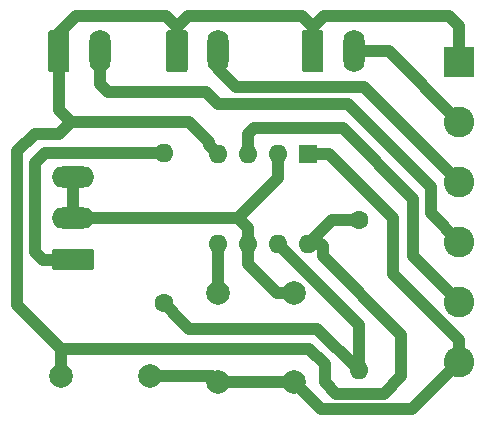
<source format=gbr>
G04 #@! TF.GenerationSoftware,KiCad,Pcbnew,(5.1.5)-3*
G04 #@! TF.CreationDate,2021-04-24T18:21:34+02:00*
G04 #@! TF.ProjectId,control-probador-motores-pap,636f6e74-726f-46c2-9d70-726f6261646f,1.0*
G04 #@! TF.SameCoordinates,Original*
G04 #@! TF.FileFunction,Copper,L2,Bot*
G04 #@! TF.FilePolarity,Positive*
%FSLAX46Y46*%
G04 Gerber Fmt 4.6, Leading zero omitted, Abs format (unit mm)*
G04 Created by KiCad (PCBNEW (5.1.5)-3) date 2021-04-24 18:21:34*
%MOMM*%
%LPD*%
G04 APERTURE LIST*
%ADD10C,2.000000*%
%ADD11C,1.600000*%
%ADD12O,1.600000X1.600000*%
%ADD13R,2.600000X2.600000*%
%ADD14C,2.600000*%
%ADD15R,1.600000X1.600000*%
%ADD16C,0.100000*%
%ADD17O,1.800000X3.600000*%
%ADD18O,3.600000X1.800000*%
%ADD19C,0.250000*%
%ADD20C,1.000000*%
G04 APERTURE END LIST*
D10*
X128393200Y-93500000D03*
X128393200Y-101000000D03*
X116193200Y-100500000D03*
X108693200Y-100500000D03*
D11*
X133893200Y-87300000D03*
D12*
X133893200Y-100000000D03*
D13*
X142403200Y-73889600D03*
D14*
X142403200Y-78969600D03*
X142403200Y-84049600D03*
X142403200Y-89129600D03*
X142403200Y-94209600D03*
X142403200Y-99289600D03*
D12*
X117393200Y-81629600D03*
D11*
X117393200Y-94329600D03*
D10*
X122000000Y-93500000D03*
X122000000Y-101000000D03*
D15*
X129593200Y-81729600D03*
D12*
X121973200Y-89349600D03*
X127053200Y-81729600D03*
X124513200Y-89349600D03*
X124513200Y-81729600D03*
X127053200Y-89349600D03*
X121973200Y-81729600D03*
X129593200Y-89349600D03*
G04 #@! TA.AperFunction,ComponentPad*
D16*
G36*
X130674504Y-71201204D02*
G01*
X130698773Y-71204804D01*
X130722571Y-71210765D01*
X130745671Y-71219030D01*
X130767849Y-71229520D01*
X130788893Y-71242133D01*
X130808598Y-71256747D01*
X130826777Y-71273223D01*
X130843253Y-71291402D01*
X130857867Y-71311107D01*
X130870480Y-71332151D01*
X130880970Y-71354329D01*
X130889235Y-71377429D01*
X130895196Y-71401227D01*
X130898796Y-71425496D01*
X130900000Y-71450000D01*
X130900000Y-74550000D01*
X130898796Y-74574504D01*
X130895196Y-74598773D01*
X130889235Y-74622571D01*
X130880970Y-74645671D01*
X130870480Y-74667849D01*
X130857867Y-74688893D01*
X130843253Y-74708598D01*
X130826777Y-74726777D01*
X130808598Y-74743253D01*
X130788893Y-74757867D01*
X130767849Y-74770480D01*
X130745671Y-74780970D01*
X130722571Y-74789235D01*
X130698773Y-74795196D01*
X130674504Y-74798796D01*
X130650000Y-74800000D01*
X129350000Y-74800000D01*
X129325496Y-74798796D01*
X129301227Y-74795196D01*
X129277429Y-74789235D01*
X129254329Y-74780970D01*
X129232151Y-74770480D01*
X129211107Y-74757867D01*
X129191402Y-74743253D01*
X129173223Y-74726777D01*
X129156747Y-74708598D01*
X129142133Y-74688893D01*
X129129520Y-74667849D01*
X129119030Y-74645671D01*
X129110765Y-74622571D01*
X129104804Y-74598773D01*
X129101204Y-74574504D01*
X129100000Y-74550000D01*
X129100000Y-71450000D01*
X129101204Y-71425496D01*
X129104804Y-71401227D01*
X129110765Y-71377429D01*
X129119030Y-71354329D01*
X129129520Y-71332151D01*
X129142133Y-71311107D01*
X129156747Y-71291402D01*
X129173223Y-71273223D01*
X129191402Y-71256747D01*
X129211107Y-71242133D01*
X129232151Y-71229520D01*
X129254329Y-71219030D01*
X129277429Y-71210765D01*
X129301227Y-71204804D01*
X129325496Y-71201204D01*
X129350000Y-71200000D01*
X130650000Y-71200000D01*
X130674504Y-71201204D01*
G37*
G04 #@! TD.AperFunction*
D17*
X133500000Y-73000000D03*
G04 #@! TA.AperFunction,ComponentPad*
D16*
G36*
X111267704Y-89760804D02*
G01*
X111291973Y-89764404D01*
X111315771Y-89770365D01*
X111338871Y-89778630D01*
X111361049Y-89789120D01*
X111382093Y-89801733D01*
X111401798Y-89816347D01*
X111419977Y-89832823D01*
X111436453Y-89851002D01*
X111451067Y-89870707D01*
X111463680Y-89891751D01*
X111474170Y-89913929D01*
X111482435Y-89937029D01*
X111488396Y-89960827D01*
X111491996Y-89985096D01*
X111493200Y-90009600D01*
X111493200Y-91309600D01*
X111491996Y-91334104D01*
X111488396Y-91358373D01*
X111482435Y-91382171D01*
X111474170Y-91405271D01*
X111463680Y-91427449D01*
X111451067Y-91448493D01*
X111436453Y-91468198D01*
X111419977Y-91486377D01*
X111401798Y-91502853D01*
X111382093Y-91517467D01*
X111361049Y-91530080D01*
X111338871Y-91540570D01*
X111315771Y-91548835D01*
X111291973Y-91554796D01*
X111267704Y-91558396D01*
X111243200Y-91559600D01*
X108143200Y-91559600D01*
X108118696Y-91558396D01*
X108094427Y-91554796D01*
X108070629Y-91548835D01*
X108047529Y-91540570D01*
X108025351Y-91530080D01*
X108004307Y-91517467D01*
X107984602Y-91502853D01*
X107966423Y-91486377D01*
X107949947Y-91468198D01*
X107935333Y-91448493D01*
X107922720Y-91427449D01*
X107912230Y-91405271D01*
X107903965Y-91382171D01*
X107898004Y-91358373D01*
X107894404Y-91334104D01*
X107893200Y-91309600D01*
X107893200Y-90009600D01*
X107894404Y-89985096D01*
X107898004Y-89960827D01*
X107903965Y-89937029D01*
X107912230Y-89913929D01*
X107922720Y-89891751D01*
X107935333Y-89870707D01*
X107949947Y-89851002D01*
X107966423Y-89832823D01*
X107984602Y-89816347D01*
X108004307Y-89801733D01*
X108025351Y-89789120D01*
X108047529Y-89778630D01*
X108070629Y-89770365D01*
X108094427Y-89764404D01*
X108118696Y-89760804D01*
X108143200Y-89759600D01*
X111243200Y-89759600D01*
X111267704Y-89760804D01*
G37*
G04 #@! TD.AperFunction*
D18*
X109693200Y-87159600D03*
X109693200Y-83659600D03*
G04 #@! TA.AperFunction,ComponentPad*
D16*
G36*
X109174504Y-71201204D02*
G01*
X109198773Y-71204804D01*
X109222571Y-71210765D01*
X109245671Y-71219030D01*
X109267849Y-71229520D01*
X109288893Y-71242133D01*
X109308598Y-71256747D01*
X109326777Y-71273223D01*
X109343253Y-71291402D01*
X109357867Y-71311107D01*
X109370480Y-71332151D01*
X109380970Y-71354329D01*
X109389235Y-71377429D01*
X109395196Y-71401227D01*
X109398796Y-71425496D01*
X109400000Y-71450000D01*
X109400000Y-74550000D01*
X109398796Y-74574504D01*
X109395196Y-74598773D01*
X109389235Y-74622571D01*
X109380970Y-74645671D01*
X109370480Y-74667849D01*
X109357867Y-74688893D01*
X109343253Y-74708598D01*
X109326777Y-74726777D01*
X109308598Y-74743253D01*
X109288893Y-74757867D01*
X109267849Y-74770480D01*
X109245671Y-74780970D01*
X109222571Y-74789235D01*
X109198773Y-74795196D01*
X109174504Y-74798796D01*
X109150000Y-74800000D01*
X107850000Y-74800000D01*
X107825496Y-74798796D01*
X107801227Y-74795196D01*
X107777429Y-74789235D01*
X107754329Y-74780970D01*
X107732151Y-74770480D01*
X107711107Y-74757867D01*
X107691402Y-74743253D01*
X107673223Y-74726777D01*
X107656747Y-74708598D01*
X107642133Y-74688893D01*
X107629520Y-74667849D01*
X107619030Y-74645671D01*
X107610765Y-74622571D01*
X107604804Y-74598773D01*
X107601204Y-74574504D01*
X107600000Y-74550000D01*
X107600000Y-71450000D01*
X107601204Y-71425496D01*
X107604804Y-71401227D01*
X107610765Y-71377429D01*
X107619030Y-71354329D01*
X107629520Y-71332151D01*
X107642133Y-71311107D01*
X107656747Y-71291402D01*
X107673223Y-71273223D01*
X107691402Y-71256747D01*
X107711107Y-71242133D01*
X107732151Y-71229520D01*
X107754329Y-71219030D01*
X107777429Y-71210765D01*
X107801227Y-71204804D01*
X107825496Y-71201204D01*
X107850000Y-71200000D01*
X109150000Y-71200000D01*
X109174504Y-71201204D01*
G37*
G04 #@! TD.AperFunction*
D17*
X112000000Y-73000000D03*
X122000000Y-73000000D03*
G04 #@! TA.AperFunction,ComponentPad*
D16*
G36*
X119174504Y-71201204D02*
G01*
X119198773Y-71204804D01*
X119222571Y-71210765D01*
X119245671Y-71219030D01*
X119267849Y-71229520D01*
X119288893Y-71242133D01*
X119308598Y-71256747D01*
X119326777Y-71273223D01*
X119343253Y-71291402D01*
X119357867Y-71311107D01*
X119370480Y-71332151D01*
X119380970Y-71354329D01*
X119389235Y-71377429D01*
X119395196Y-71401227D01*
X119398796Y-71425496D01*
X119400000Y-71450000D01*
X119400000Y-74550000D01*
X119398796Y-74574504D01*
X119395196Y-74598773D01*
X119389235Y-74622571D01*
X119380970Y-74645671D01*
X119370480Y-74667849D01*
X119357867Y-74688893D01*
X119343253Y-74708598D01*
X119326777Y-74726777D01*
X119308598Y-74743253D01*
X119288893Y-74757867D01*
X119267849Y-74770480D01*
X119245671Y-74780970D01*
X119222571Y-74789235D01*
X119198773Y-74795196D01*
X119174504Y-74798796D01*
X119150000Y-74800000D01*
X117850000Y-74800000D01*
X117825496Y-74798796D01*
X117801227Y-74795196D01*
X117777429Y-74789235D01*
X117754329Y-74780970D01*
X117732151Y-74770480D01*
X117711107Y-74757867D01*
X117691402Y-74743253D01*
X117673223Y-74726777D01*
X117656747Y-74708598D01*
X117642133Y-74688893D01*
X117629520Y-74667849D01*
X117619030Y-74645671D01*
X117610765Y-74622571D01*
X117604804Y-74598773D01*
X117601204Y-74574504D01*
X117600000Y-74550000D01*
X117600000Y-71450000D01*
X117601204Y-71425496D01*
X117604804Y-71401227D01*
X117610765Y-71377429D01*
X117619030Y-71354329D01*
X117629520Y-71332151D01*
X117642133Y-71311107D01*
X117656747Y-71291402D01*
X117673223Y-71273223D01*
X117691402Y-71256747D01*
X117711107Y-71242133D01*
X117732151Y-71229520D01*
X117754329Y-71219030D01*
X117777429Y-71210765D01*
X117801227Y-71204804D01*
X117825496Y-71201204D01*
X117850000Y-71200000D01*
X119150000Y-71200000D01*
X119174504Y-71201204D01*
G37*
G04 #@! TD.AperFunction*
D19*
X141663200Y-100029600D02*
X142403200Y-99289600D01*
D20*
X122000000Y-101000000D02*
X128393200Y-101000000D01*
X121500000Y-100500000D02*
X122000000Y-101000000D01*
X116193200Y-100500000D02*
X121500000Y-100500000D01*
X136800010Y-91847933D02*
X142403200Y-97451123D01*
X136800010Y-87136410D02*
X136800010Y-91847933D01*
X131393200Y-81729600D02*
X136800010Y-87136410D01*
X142403200Y-97451123D02*
X142403200Y-99289600D01*
X129593200Y-81729600D02*
X131393200Y-81729600D01*
X130693210Y-103300010D02*
X138392790Y-103300010D01*
X128393200Y-101000000D02*
X130693210Y-103300010D01*
X141103201Y-100589599D02*
X142403200Y-99289600D01*
X138392790Y-103300010D02*
X141103201Y-100589599D01*
X141554610Y-70054610D02*
X142403200Y-70903200D01*
X130945390Y-70054610D02*
X141554610Y-70054610D01*
X130000000Y-73000000D02*
X130000000Y-71000000D01*
X142403200Y-70903200D02*
X142403200Y-73889600D01*
X130000000Y-71000000D02*
X130945390Y-70054610D01*
X131642800Y-87300000D02*
X129593200Y-89349600D01*
X133893200Y-87300000D02*
X131642800Y-87300000D01*
X117554610Y-70054610D02*
X118500000Y-71000000D01*
X118500000Y-71000000D02*
X118500000Y-73000000D01*
X109945390Y-70054610D02*
X117554610Y-70054610D01*
X108500000Y-73000000D02*
X108500000Y-71500000D01*
X108500000Y-71500000D02*
X109945390Y-70054610D01*
X119445390Y-70054610D02*
X118500000Y-71000000D01*
X130000000Y-71000000D02*
X129054610Y-70054610D01*
X129054610Y-70054610D02*
X119445390Y-70054610D01*
X121173201Y-80929601D02*
X121173201Y-80673201D01*
X121973200Y-81729600D02*
X121173201Y-80929601D01*
X121173201Y-80673201D02*
X119500000Y-79000000D01*
X119500000Y-79000000D02*
X109500000Y-79000000D01*
X108500000Y-78000000D02*
X108500000Y-73000000D01*
X109500000Y-79000000D02*
X108500000Y-78000000D01*
X108500000Y-80000000D02*
X106500000Y-80000000D01*
X108693200Y-98193200D02*
X108693200Y-100500000D01*
X109500000Y-79000000D02*
X108500000Y-80000000D01*
X106500000Y-80000000D02*
X105000000Y-81500000D01*
X105000000Y-81500000D02*
X105000000Y-94500000D01*
X105000000Y-94500000D02*
X108693200Y-98193200D01*
X131000000Y-101000000D02*
X131000000Y-99500000D01*
X136000000Y-102000000D02*
X132000000Y-102000000D01*
X132000000Y-102000000D02*
X131000000Y-101000000D01*
X137500000Y-100500000D02*
X136000000Y-102000000D01*
X129593200Y-89349600D02*
X130724570Y-89349600D01*
X130724570Y-89349600D02*
X130874970Y-89500000D01*
X130874970Y-89500000D02*
X130874970Y-90374970D01*
X129693200Y-98193200D02*
X108693200Y-98193200D01*
X137500000Y-97000000D02*
X137500000Y-100500000D01*
X131000000Y-99500000D02*
X129693200Y-98193200D01*
X130874970Y-90374970D02*
X137500000Y-97000000D01*
X124513200Y-89349600D02*
X124513200Y-88013200D01*
X123659600Y-87159600D02*
X109693200Y-87159600D01*
X124513200Y-88013200D02*
X123659600Y-87159600D01*
X109693200Y-87159600D02*
X109693200Y-83659600D01*
X126978987Y-93500000D02*
X128393200Y-93500000D01*
X124513200Y-91034213D02*
X126978987Y-93500000D01*
X124513200Y-89349600D02*
X124513200Y-91034213D01*
X127053200Y-83766000D02*
X123659600Y-87159600D01*
X127053200Y-81729600D02*
X127053200Y-83766000D01*
X121973200Y-93473200D02*
X122000000Y-93500000D01*
X121973200Y-89349600D02*
X121973200Y-93473200D01*
X136433600Y-73000000D02*
X142403200Y-78969600D01*
X133500000Y-73000000D02*
X136433600Y-73000000D01*
X122000000Y-73000000D02*
X122000000Y-74500000D01*
X122000000Y-74500000D02*
X123500000Y-76000000D01*
X134353600Y-76000000D02*
X142403200Y-84049600D01*
X123500000Y-76000000D02*
X134353600Y-76000000D01*
X112000000Y-75800000D02*
X112700000Y-76500000D01*
X112000000Y-73000000D02*
X112000000Y-75800000D01*
X112700000Y-76500000D02*
X121000000Y-76500000D01*
X121000000Y-76500000D02*
X122000000Y-77500000D01*
X122000000Y-77500000D02*
X133000000Y-77500000D01*
X133000000Y-77500000D02*
X140000000Y-84500000D01*
X140000000Y-86726400D02*
X142403200Y-89129600D01*
X140000000Y-84500000D02*
X140000000Y-86726400D01*
X124513200Y-80013200D02*
X125000000Y-79526400D01*
X138500000Y-85500000D02*
X138500000Y-90306400D01*
X124513200Y-81729600D02*
X124513200Y-80013200D01*
X125000000Y-79526400D02*
X132526400Y-79526400D01*
X138500000Y-90306400D02*
X142403200Y-94209600D01*
X132526400Y-79526400D02*
X138500000Y-85500000D01*
X118193199Y-95129599D02*
X118193199Y-95193199D01*
X117393200Y-94329600D02*
X118193199Y-95129599D01*
X118193199Y-95193199D02*
X119500000Y-96500000D01*
X130393200Y-96500000D02*
X133893200Y-100000000D01*
X119500000Y-96500000D02*
X130393200Y-96500000D01*
X127053200Y-89349600D02*
X133893200Y-96189600D01*
X133893200Y-96189600D02*
X133893200Y-100000000D01*
X106500000Y-90000000D02*
X107159600Y-90659600D01*
X106500000Y-82500000D02*
X106500000Y-90000000D01*
X107159600Y-90659600D02*
X109693200Y-90659600D01*
X117393200Y-81629600D02*
X107370400Y-81629600D01*
X107370400Y-81629600D02*
X106500000Y-82500000D01*
M02*

</source>
